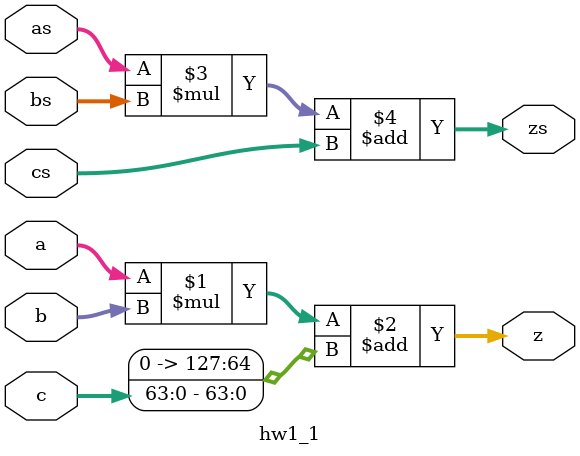
<source format=sv>
module hw1_1 (a, b, c, as, bs, cs, z,  zs);

    input logic [63:0] a, b, c;
    input logic signed [63:0] as, bs, cs;
    output logic [127:0] z;
    output logic signed [127:0] zs;

    assign z = a*b+{64'h0, c};
    assign zs = as*bs+cs; //instead of using {64'h0, c} since this might mess up signed addition

endmodule // sample
</source>
